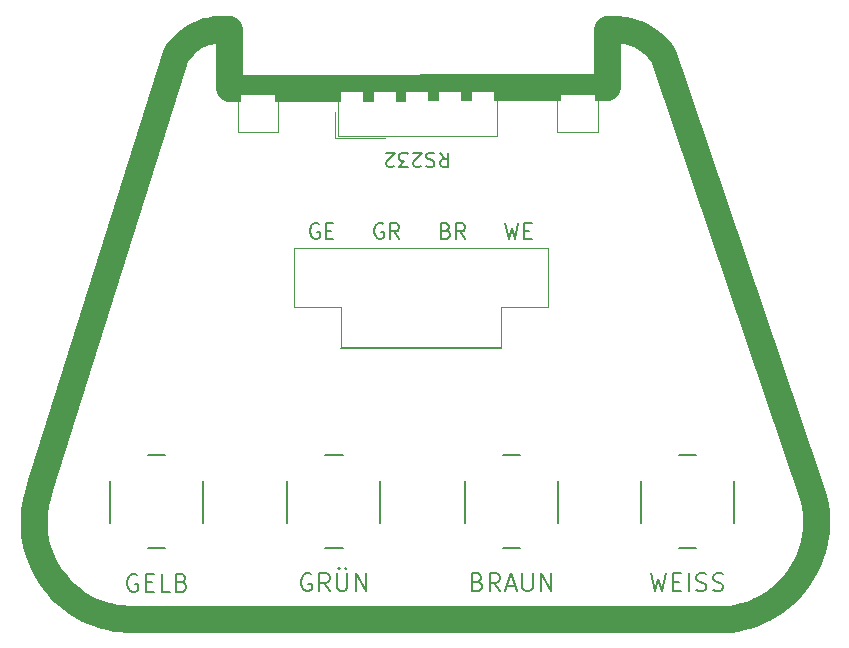
<source format=gto>
%TF.GenerationSoftware,KiCad,Pcbnew,8.0.3*%
%TF.CreationDate,2024-06-22T21:50:30+02:00*%
%TF.ProjectId,W48_W49_Nummernschalter_Adapter,5734385f-5734-4395-9f4e-756d6d65726e,rev?*%
%TF.SameCoordinates,Original*%
%TF.FileFunction,Legend,Top*%
%TF.FilePolarity,Positive*%
%FSLAX46Y46*%
G04 Gerber Fmt 4.6, Leading zero omitted, Abs format (unit mm)*
G04 Created by KiCad (PCBNEW 8.0.3) date 2024-06-22 21:50:30*
%MOMM*%
%LPD*%
G01*
G04 APERTURE LIST*
%ADD10C,2.249999*%
%ADD11C,0.200000*%
%ADD12C,0.120000*%
%ADD13C,0.127000*%
%ADD14C,3.600000*%
%ADD15C,5.600000*%
%ADD16R,1.846667X3.480000*%
%ADD17C,3.054000*%
%ADD18R,4.000000X4.000000*%
%ADD19R,3.000000X3.000000*%
G04 APERTURE END LIST*
D10*
X114025694Y-46940138D02*
X146055686Y-46933272D01*
X146055686Y-41990142D01*
X146692389Y-42000140D01*
X146998675Y-42009515D01*
X147301786Y-42037373D01*
X147600990Y-42083333D01*
X147895559Y-42147012D01*
X148184763Y-42228028D01*
X148467872Y-42325998D01*
X148744158Y-42440541D01*
X149012890Y-42571273D01*
X149273340Y-42717813D01*
X149524777Y-42879778D01*
X149766473Y-43056786D01*
X149997697Y-43248454D01*
X150217720Y-43454401D01*
X150425813Y-43674244D01*
X150621246Y-43907601D01*
X150803290Y-44154090D01*
X163265189Y-80852538D01*
X163429796Y-81360332D01*
X163560314Y-81868717D01*
X163657513Y-82376599D01*
X163722164Y-82882880D01*
X163755039Y-83386465D01*
X163756909Y-83886258D01*
X163728546Y-84381163D01*
X163670720Y-84870083D01*
X163584202Y-85351923D01*
X163469765Y-85825587D01*
X163328179Y-86289979D01*
X163160216Y-86744003D01*
X162966646Y-87186562D01*
X162748241Y-87616562D01*
X162505773Y-88032905D01*
X162240012Y-88434496D01*
X161951729Y-88820240D01*
X161641697Y-89189039D01*
X161310686Y-89539798D01*
X160959468Y-89871421D01*
X160588813Y-90182811D01*
X160199493Y-90472874D01*
X159792279Y-90740513D01*
X159367943Y-90984632D01*
X158927256Y-91204134D01*
X158470988Y-91397925D01*
X157999912Y-91564908D01*
X157514798Y-91703986D01*
X157016418Y-91814065D01*
X156505543Y-91894048D01*
X155982944Y-91942839D01*
X155449393Y-91959342D01*
X105417296Y-91925841D01*
X104900134Y-91886953D01*
X104394464Y-91817835D01*
X103900979Y-91719527D01*
X103420375Y-91593069D01*
X102953345Y-91439499D01*
X102500585Y-91259857D01*
X102062789Y-91055183D01*
X101640651Y-90826516D01*
X101234866Y-90574895D01*
X100846128Y-90301360D01*
X100475132Y-90006950D01*
X100122572Y-89692705D01*
X99789142Y-89359665D01*
X99475538Y-89008868D01*
X99182454Y-88641354D01*
X98910584Y-88258162D01*
X98660623Y-87860333D01*
X98433264Y-87448904D01*
X98229204Y-87024917D01*
X98049135Y-86589410D01*
X97893754Y-86143422D01*
X97763753Y-85687994D01*
X97659828Y-85224164D01*
X97582673Y-84752972D01*
X97532982Y-84275458D01*
X97511451Y-83792661D01*
X97518774Y-83305619D01*
X97555644Y-82815374D01*
X97622757Y-82322964D01*
X97720807Y-81829428D01*
X97850488Y-81335806D01*
X98012496Y-80843138D01*
X109606894Y-44054343D01*
X109775353Y-43818112D01*
X109956747Y-43594168D01*
X110150384Y-43382888D01*
X110355573Y-43184647D01*
X110571623Y-42999819D01*
X110797842Y-42828779D01*
X111033538Y-42671905D01*
X111278020Y-42529569D01*
X111530597Y-42402149D01*
X111790577Y-42290018D01*
X112057268Y-42193553D01*
X112329979Y-42113128D01*
X112608018Y-42049120D01*
X112890695Y-42001902D01*
X113177316Y-41971851D01*
X113467192Y-41959342D01*
X114025694Y-41959342D01*
X114025694Y-46940138D01*
D11*
X121001428Y-88152457D02*
X120858571Y-88081028D01*
X120858571Y-88081028D02*
X120644285Y-88081028D01*
X120644285Y-88081028D02*
X120429999Y-88152457D01*
X120429999Y-88152457D02*
X120287142Y-88295314D01*
X120287142Y-88295314D02*
X120215713Y-88438171D01*
X120215713Y-88438171D02*
X120144285Y-88723885D01*
X120144285Y-88723885D02*
X120144285Y-88938171D01*
X120144285Y-88938171D02*
X120215713Y-89223885D01*
X120215713Y-89223885D02*
X120287142Y-89366742D01*
X120287142Y-89366742D02*
X120429999Y-89509600D01*
X120429999Y-89509600D02*
X120644285Y-89581028D01*
X120644285Y-89581028D02*
X120787142Y-89581028D01*
X120787142Y-89581028D02*
X121001428Y-89509600D01*
X121001428Y-89509600D02*
X121072856Y-89438171D01*
X121072856Y-89438171D02*
X121072856Y-88938171D01*
X121072856Y-88938171D02*
X120787142Y-88938171D01*
X122572856Y-89581028D02*
X122072856Y-88866742D01*
X121715713Y-89581028D02*
X121715713Y-88081028D01*
X121715713Y-88081028D02*
X122287142Y-88081028D01*
X122287142Y-88081028D02*
X122429999Y-88152457D01*
X122429999Y-88152457D02*
X122501428Y-88223885D01*
X122501428Y-88223885D02*
X122572856Y-88366742D01*
X122572856Y-88366742D02*
X122572856Y-88581028D01*
X122572856Y-88581028D02*
X122501428Y-88723885D01*
X122501428Y-88723885D02*
X122429999Y-88795314D01*
X122429999Y-88795314D02*
X122287142Y-88866742D01*
X122287142Y-88866742D02*
X121715713Y-88866742D01*
X123215713Y-88081028D02*
X123215713Y-89295314D01*
X123215713Y-89295314D02*
X123287142Y-89438171D01*
X123287142Y-89438171D02*
X123358571Y-89509600D01*
X123358571Y-89509600D02*
X123501428Y-89581028D01*
X123501428Y-89581028D02*
X123787142Y-89581028D01*
X123787142Y-89581028D02*
X123929999Y-89509600D01*
X123929999Y-89509600D02*
X124001428Y-89438171D01*
X124001428Y-89438171D02*
X124072856Y-89295314D01*
X124072856Y-89295314D02*
X124072856Y-88081028D01*
X123358571Y-87581028D02*
X123429999Y-87652457D01*
X123429999Y-87652457D02*
X123358571Y-87723885D01*
X123358571Y-87723885D02*
X123287142Y-87652457D01*
X123287142Y-87652457D02*
X123358571Y-87581028D01*
X123358571Y-87581028D02*
X123358571Y-87723885D01*
X123929999Y-87581028D02*
X124001428Y-87652457D01*
X124001428Y-87652457D02*
X123929999Y-87723885D01*
X123929999Y-87723885D02*
X123858571Y-87652457D01*
X123858571Y-87652457D02*
X123929999Y-87581028D01*
X123929999Y-87581028D02*
X123929999Y-87723885D01*
X124787142Y-89581028D02*
X124787142Y-88081028D01*
X124787142Y-88081028D02*
X125644285Y-89581028D01*
X125644285Y-89581028D02*
X125644285Y-88081028D01*
X106287143Y-88202457D02*
X106144286Y-88131028D01*
X106144286Y-88131028D02*
X105930000Y-88131028D01*
X105930000Y-88131028D02*
X105715714Y-88202457D01*
X105715714Y-88202457D02*
X105572857Y-88345314D01*
X105572857Y-88345314D02*
X105501428Y-88488171D01*
X105501428Y-88488171D02*
X105430000Y-88773885D01*
X105430000Y-88773885D02*
X105430000Y-88988171D01*
X105430000Y-88988171D02*
X105501428Y-89273885D01*
X105501428Y-89273885D02*
X105572857Y-89416742D01*
X105572857Y-89416742D02*
X105715714Y-89559600D01*
X105715714Y-89559600D02*
X105930000Y-89631028D01*
X105930000Y-89631028D02*
X106072857Y-89631028D01*
X106072857Y-89631028D02*
X106287143Y-89559600D01*
X106287143Y-89559600D02*
X106358571Y-89488171D01*
X106358571Y-89488171D02*
X106358571Y-88988171D01*
X106358571Y-88988171D02*
X106072857Y-88988171D01*
X107001428Y-88845314D02*
X107501428Y-88845314D01*
X107715714Y-89631028D02*
X107001428Y-89631028D01*
X107001428Y-89631028D02*
X107001428Y-88131028D01*
X107001428Y-88131028D02*
X107715714Y-88131028D01*
X109072857Y-89631028D02*
X108358571Y-89631028D01*
X108358571Y-89631028D02*
X108358571Y-88131028D01*
X110072857Y-88845314D02*
X110287143Y-88916742D01*
X110287143Y-88916742D02*
X110358572Y-88988171D01*
X110358572Y-88988171D02*
X110430000Y-89131028D01*
X110430000Y-89131028D02*
X110430000Y-89345314D01*
X110430000Y-89345314D02*
X110358572Y-89488171D01*
X110358572Y-89488171D02*
X110287143Y-89559600D01*
X110287143Y-89559600D02*
X110144286Y-89631028D01*
X110144286Y-89631028D02*
X109572857Y-89631028D01*
X109572857Y-89631028D02*
X109572857Y-88131028D01*
X109572857Y-88131028D02*
X110072857Y-88131028D01*
X110072857Y-88131028D02*
X110215715Y-88202457D01*
X110215715Y-88202457D02*
X110287143Y-88273885D01*
X110287143Y-88273885D02*
X110358572Y-88416742D01*
X110358572Y-88416742D02*
X110358572Y-88559600D01*
X110358572Y-88559600D02*
X110287143Y-88702457D01*
X110287143Y-88702457D02*
X110215715Y-88773885D01*
X110215715Y-88773885D02*
X110072857Y-88845314D01*
X110072857Y-88845314D02*
X109572857Y-88845314D01*
X131914285Y-52457257D02*
X132314285Y-53028685D01*
X132599999Y-52457257D02*
X132599999Y-53657257D01*
X132599999Y-53657257D02*
X132142856Y-53657257D01*
X132142856Y-53657257D02*
X132028571Y-53600114D01*
X132028571Y-53600114D02*
X131971428Y-53542971D01*
X131971428Y-53542971D02*
X131914285Y-53428685D01*
X131914285Y-53428685D02*
X131914285Y-53257257D01*
X131914285Y-53257257D02*
X131971428Y-53142971D01*
X131971428Y-53142971D02*
X132028571Y-53085828D01*
X132028571Y-53085828D02*
X132142856Y-53028685D01*
X132142856Y-53028685D02*
X132599999Y-53028685D01*
X131457142Y-52514400D02*
X131285714Y-52457257D01*
X131285714Y-52457257D02*
X130999999Y-52457257D01*
X130999999Y-52457257D02*
X130885714Y-52514400D01*
X130885714Y-52514400D02*
X130828571Y-52571542D01*
X130828571Y-52571542D02*
X130771428Y-52685828D01*
X130771428Y-52685828D02*
X130771428Y-52800114D01*
X130771428Y-52800114D02*
X130828571Y-52914400D01*
X130828571Y-52914400D02*
X130885714Y-52971542D01*
X130885714Y-52971542D02*
X130999999Y-53028685D01*
X130999999Y-53028685D02*
X131228571Y-53085828D01*
X131228571Y-53085828D02*
X131342856Y-53142971D01*
X131342856Y-53142971D02*
X131399999Y-53200114D01*
X131399999Y-53200114D02*
X131457142Y-53314400D01*
X131457142Y-53314400D02*
X131457142Y-53428685D01*
X131457142Y-53428685D02*
X131399999Y-53542971D01*
X131399999Y-53542971D02*
X131342856Y-53600114D01*
X131342856Y-53600114D02*
X131228571Y-53657257D01*
X131228571Y-53657257D02*
X130942856Y-53657257D01*
X130942856Y-53657257D02*
X130771428Y-53600114D01*
X130314285Y-53542971D02*
X130257142Y-53600114D01*
X130257142Y-53600114D02*
X130142857Y-53657257D01*
X130142857Y-53657257D02*
X129857142Y-53657257D01*
X129857142Y-53657257D02*
X129742857Y-53600114D01*
X129742857Y-53600114D02*
X129685714Y-53542971D01*
X129685714Y-53542971D02*
X129628571Y-53428685D01*
X129628571Y-53428685D02*
X129628571Y-53314400D01*
X129628571Y-53314400D02*
X129685714Y-53142971D01*
X129685714Y-53142971D02*
X130371428Y-52457257D01*
X130371428Y-52457257D02*
X129628571Y-52457257D01*
X129228571Y-53657257D02*
X128485714Y-53657257D01*
X128485714Y-53657257D02*
X128885714Y-53200114D01*
X128885714Y-53200114D02*
X128714285Y-53200114D01*
X128714285Y-53200114D02*
X128600000Y-53142971D01*
X128600000Y-53142971D02*
X128542857Y-53085828D01*
X128542857Y-53085828D02*
X128485714Y-52971542D01*
X128485714Y-52971542D02*
X128485714Y-52685828D01*
X128485714Y-52685828D02*
X128542857Y-52571542D01*
X128542857Y-52571542D02*
X128600000Y-52514400D01*
X128600000Y-52514400D02*
X128714285Y-52457257D01*
X128714285Y-52457257D02*
X129057142Y-52457257D01*
X129057142Y-52457257D02*
X129171428Y-52514400D01*
X129171428Y-52514400D02*
X129228571Y-52571542D01*
X128028571Y-53542971D02*
X127971428Y-53600114D01*
X127971428Y-53600114D02*
X127857143Y-53657257D01*
X127857143Y-53657257D02*
X127571428Y-53657257D01*
X127571428Y-53657257D02*
X127457143Y-53600114D01*
X127457143Y-53600114D02*
X127400000Y-53542971D01*
X127400000Y-53542971D02*
X127342857Y-53428685D01*
X127342857Y-53428685D02*
X127342857Y-53314400D01*
X127342857Y-53314400D02*
X127400000Y-53142971D01*
X127400000Y-53142971D02*
X128085714Y-52457257D01*
X128085714Y-52457257D02*
X127342857Y-52457257D01*
X121664287Y-58492409D02*
X121540477Y-58430504D01*
X121540477Y-58430504D02*
X121354763Y-58430504D01*
X121354763Y-58430504D02*
X121169049Y-58492409D01*
X121169049Y-58492409D02*
X121045239Y-58616219D01*
X121045239Y-58616219D02*
X120983334Y-58740028D01*
X120983334Y-58740028D02*
X120921430Y-58987647D01*
X120921430Y-58987647D02*
X120921430Y-59173361D01*
X120921430Y-59173361D02*
X120983334Y-59420980D01*
X120983334Y-59420980D02*
X121045239Y-59544790D01*
X121045239Y-59544790D02*
X121169049Y-59668600D01*
X121169049Y-59668600D02*
X121354763Y-59730504D01*
X121354763Y-59730504D02*
X121478572Y-59730504D01*
X121478572Y-59730504D02*
X121664287Y-59668600D01*
X121664287Y-59668600D02*
X121726191Y-59606695D01*
X121726191Y-59606695D02*
X121726191Y-59173361D01*
X121726191Y-59173361D02*
X121478572Y-59173361D01*
X122283334Y-59049552D02*
X122716668Y-59049552D01*
X122902382Y-59730504D02*
X122283334Y-59730504D01*
X122283334Y-59730504D02*
X122283334Y-58430504D01*
X122283334Y-58430504D02*
X122902382Y-58430504D01*
X127111905Y-58492409D02*
X126988095Y-58430504D01*
X126988095Y-58430504D02*
X126802381Y-58430504D01*
X126802381Y-58430504D02*
X126616667Y-58492409D01*
X126616667Y-58492409D02*
X126492857Y-58616219D01*
X126492857Y-58616219D02*
X126430952Y-58740028D01*
X126430952Y-58740028D02*
X126369048Y-58987647D01*
X126369048Y-58987647D02*
X126369048Y-59173361D01*
X126369048Y-59173361D02*
X126430952Y-59420980D01*
X126430952Y-59420980D02*
X126492857Y-59544790D01*
X126492857Y-59544790D02*
X126616667Y-59668600D01*
X126616667Y-59668600D02*
X126802381Y-59730504D01*
X126802381Y-59730504D02*
X126926190Y-59730504D01*
X126926190Y-59730504D02*
X127111905Y-59668600D01*
X127111905Y-59668600D02*
X127173809Y-59606695D01*
X127173809Y-59606695D02*
X127173809Y-59173361D01*
X127173809Y-59173361D02*
X126926190Y-59173361D01*
X128473809Y-59730504D02*
X128040476Y-59111457D01*
X127730952Y-59730504D02*
X127730952Y-58430504D01*
X127730952Y-58430504D02*
X128226190Y-58430504D01*
X128226190Y-58430504D02*
X128350000Y-58492409D01*
X128350000Y-58492409D02*
X128411905Y-58554314D01*
X128411905Y-58554314D02*
X128473809Y-58678123D01*
X128473809Y-58678123D02*
X128473809Y-58863838D01*
X128473809Y-58863838D02*
X128411905Y-58987647D01*
X128411905Y-58987647D02*
X128350000Y-59049552D01*
X128350000Y-59049552D02*
X128226190Y-59111457D01*
X128226190Y-59111457D02*
X127730952Y-59111457D01*
X132435714Y-59049552D02*
X132621428Y-59111457D01*
X132621428Y-59111457D02*
X132683333Y-59173361D01*
X132683333Y-59173361D02*
X132745237Y-59297171D01*
X132745237Y-59297171D02*
X132745237Y-59482885D01*
X132745237Y-59482885D02*
X132683333Y-59606695D01*
X132683333Y-59606695D02*
X132621428Y-59668600D01*
X132621428Y-59668600D02*
X132497618Y-59730504D01*
X132497618Y-59730504D02*
X132002380Y-59730504D01*
X132002380Y-59730504D02*
X132002380Y-58430504D01*
X132002380Y-58430504D02*
X132435714Y-58430504D01*
X132435714Y-58430504D02*
X132559523Y-58492409D01*
X132559523Y-58492409D02*
X132621428Y-58554314D01*
X132621428Y-58554314D02*
X132683333Y-58678123D01*
X132683333Y-58678123D02*
X132683333Y-58801933D01*
X132683333Y-58801933D02*
X132621428Y-58925742D01*
X132621428Y-58925742D02*
X132559523Y-58987647D01*
X132559523Y-58987647D02*
X132435714Y-59049552D01*
X132435714Y-59049552D02*
X132002380Y-59049552D01*
X134045237Y-59730504D02*
X133611904Y-59111457D01*
X133302380Y-59730504D02*
X133302380Y-58430504D01*
X133302380Y-58430504D02*
X133797618Y-58430504D01*
X133797618Y-58430504D02*
X133921428Y-58492409D01*
X133921428Y-58492409D02*
X133983333Y-58554314D01*
X133983333Y-58554314D02*
X134045237Y-58678123D01*
X134045237Y-58678123D02*
X134045237Y-58863838D01*
X134045237Y-58863838D02*
X133983333Y-58987647D01*
X133983333Y-58987647D02*
X133921428Y-59049552D01*
X133921428Y-59049552D02*
X133797618Y-59111457D01*
X133797618Y-59111457D02*
X133302380Y-59111457D01*
X137449999Y-58430504D02*
X137759523Y-59730504D01*
X137759523Y-59730504D02*
X138007142Y-58801933D01*
X138007142Y-58801933D02*
X138254761Y-59730504D01*
X138254761Y-59730504D02*
X138564285Y-58430504D01*
X139059522Y-59049552D02*
X139492856Y-59049552D01*
X139678570Y-59730504D02*
X139059522Y-59730504D01*
X139059522Y-59730504D02*
X139059522Y-58430504D01*
X139059522Y-58430504D02*
X139678570Y-58430504D01*
X149772857Y-88081028D02*
X150130000Y-89581028D01*
X150130000Y-89581028D02*
X150415714Y-88509600D01*
X150415714Y-88509600D02*
X150701429Y-89581028D01*
X150701429Y-89581028D02*
X151058572Y-88081028D01*
X151630000Y-88795314D02*
X152130000Y-88795314D01*
X152344286Y-89581028D02*
X151630000Y-89581028D01*
X151630000Y-89581028D02*
X151630000Y-88081028D01*
X151630000Y-88081028D02*
X152344286Y-88081028D01*
X152987143Y-89581028D02*
X152987143Y-88081028D01*
X153630001Y-89509600D02*
X153844287Y-89581028D01*
X153844287Y-89581028D02*
X154201429Y-89581028D01*
X154201429Y-89581028D02*
X154344287Y-89509600D01*
X154344287Y-89509600D02*
X154415715Y-89438171D01*
X154415715Y-89438171D02*
X154487144Y-89295314D01*
X154487144Y-89295314D02*
X154487144Y-89152457D01*
X154487144Y-89152457D02*
X154415715Y-89009600D01*
X154415715Y-89009600D02*
X154344287Y-88938171D01*
X154344287Y-88938171D02*
X154201429Y-88866742D01*
X154201429Y-88866742D02*
X153915715Y-88795314D01*
X153915715Y-88795314D02*
X153772858Y-88723885D01*
X153772858Y-88723885D02*
X153701429Y-88652457D01*
X153701429Y-88652457D02*
X153630001Y-88509600D01*
X153630001Y-88509600D02*
X153630001Y-88366742D01*
X153630001Y-88366742D02*
X153701429Y-88223885D01*
X153701429Y-88223885D02*
X153772858Y-88152457D01*
X153772858Y-88152457D02*
X153915715Y-88081028D01*
X153915715Y-88081028D02*
X154272858Y-88081028D01*
X154272858Y-88081028D02*
X154487144Y-88152457D01*
X155058572Y-89509600D02*
X155272858Y-89581028D01*
X155272858Y-89581028D02*
X155630000Y-89581028D01*
X155630000Y-89581028D02*
X155772858Y-89509600D01*
X155772858Y-89509600D02*
X155844286Y-89438171D01*
X155844286Y-89438171D02*
X155915715Y-89295314D01*
X155915715Y-89295314D02*
X155915715Y-89152457D01*
X155915715Y-89152457D02*
X155844286Y-89009600D01*
X155844286Y-89009600D02*
X155772858Y-88938171D01*
X155772858Y-88938171D02*
X155630000Y-88866742D01*
X155630000Y-88866742D02*
X155344286Y-88795314D01*
X155344286Y-88795314D02*
X155201429Y-88723885D01*
X155201429Y-88723885D02*
X155130000Y-88652457D01*
X155130000Y-88652457D02*
X155058572Y-88509600D01*
X155058572Y-88509600D02*
X155058572Y-88366742D01*
X155058572Y-88366742D02*
X155130000Y-88223885D01*
X155130000Y-88223885D02*
X155201429Y-88152457D01*
X155201429Y-88152457D02*
X155344286Y-88081028D01*
X155344286Y-88081028D02*
X155701429Y-88081028D01*
X155701429Y-88081028D02*
X155915715Y-88152457D01*
X135122856Y-88795314D02*
X135337142Y-88866742D01*
X135337142Y-88866742D02*
X135408571Y-88938171D01*
X135408571Y-88938171D02*
X135479999Y-89081028D01*
X135479999Y-89081028D02*
X135479999Y-89295314D01*
X135479999Y-89295314D02*
X135408571Y-89438171D01*
X135408571Y-89438171D02*
X135337142Y-89509600D01*
X135337142Y-89509600D02*
X135194285Y-89581028D01*
X135194285Y-89581028D02*
X134622856Y-89581028D01*
X134622856Y-89581028D02*
X134622856Y-88081028D01*
X134622856Y-88081028D02*
X135122856Y-88081028D01*
X135122856Y-88081028D02*
X135265714Y-88152457D01*
X135265714Y-88152457D02*
X135337142Y-88223885D01*
X135337142Y-88223885D02*
X135408571Y-88366742D01*
X135408571Y-88366742D02*
X135408571Y-88509600D01*
X135408571Y-88509600D02*
X135337142Y-88652457D01*
X135337142Y-88652457D02*
X135265714Y-88723885D01*
X135265714Y-88723885D02*
X135122856Y-88795314D01*
X135122856Y-88795314D02*
X134622856Y-88795314D01*
X136979999Y-89581028D02*
X136479999Y-88866742D01*
X136122856Y-89581028D02*
X136122856Y-88081028D01*
X136122856Y-88081028D02*
X136694285Y-88081028D01*
X136694285Y-88081028D02*
X136837142Y-88152457D01*
X136837142Y-88152457D02*
X136908571Y-88223885D01*
X136908571Y-88223885D02*
X136979999Y-88366742D01*
X136979999Y-88366742D02*
X136979999Y-88581028D01*
X136979999Y-88581028D02*
X136908571Y-88723885D01*
X136908571Y-88723885D02*
X136837142Y-88795314D01*
X136837142Y-88795314D02*
X136694285Y-88866742D01*
X136694285Y-88866742D02*
X136122856Y-88866742D01*
X137551428Y-89152457D02*
X138265714Y-89152457D01*
X137408571Y-89581028D02*
X137908571Y-88081028D01*
X137908571Y-88081028D02*
X138408571Y-89581028D01*
X138908570Y-88081028D02*
X138908570Y-89295314D01*
X138908570Y-89295314D02*
X138979999Y-89438171D01*
X138979999Y-89438171D02*
X139051428Y-89509600D01*
X139051428Y-89509600D02*
X139194285Y-89581028D01*
X139194285Y-89581028D02*
X139479999Y-89581028D01*
X139479999Y-89581028D02*
X139622856Y-89509600D01*
X139622856Y-89509600D02*
X139694285Y-89438171D01*
X139694285Y-89438171D02*
X139765713Y-89295314D01*
X139765713Y-89295314D02*
X139765713Y-88081028D01*
X140479999Y-89581028D02*
X140479999Y-88081028D01*
X140479999Y-88081028D02*
X141337142Y-89581028D01*
X141337142Y-89581028D02*
X141337142Y-88081028D01*
D12*
%TO.C,J1*%
X123036667Y-49000000D02*
X123036667Y-51240000D01*
X123036667Y-51240000D02*
X127230000Y-51240000D01*
X123276667Y-47260000D02*
X123276667Y-51000000D01*
X123276667Y-51000000D02*
X136723333Y-51000000D01*
X136723333Y-51000000D02*
X136723333Y-47260000D01*
D13*
%TO.C,J3*%
X118995000Y-83780000D02*
X118995000Y-80260000D01*
X123685000Y-78085000D02*
X122175000Y-78085000D01*
X123685000Y-85955000D02*
X122175000Y-85955000D01*
X126865000Y-83780000D02*
X126865000Y-80260000D01*
%TO.C,J5*%
X148945000Y-83780000D02*
X148945000Y-80260000D01*
X153635000Y-78085000D02*
X152125000Y-78085000D01*
X153635000Y-85955000D02*
X152125000Y-85955000D01*
X156815000Y-83780000D02*
X156815000Y-80260000D01*
D12*
%TO.C,J6*%
X119550000Y-60500000D02*
X141050000Y-60500000D01*
X119550000Y-65500000D02*
X119550000Y-60500000D01*
X119550000Y-65500000D02*
X123550000Y-65500000D01*
X123550000Y-65500000D02*
X123550000Y-69000000D01*
D11*
X123550000Y-69000000D02*
X137050000Y-69000000D01*
D12*
X137050000Y-65500000D02*
X137050000Y-69000000D01*
X137050000Y-65500000D02*
X141050000Y-65500000D01*
X141050000Y-65500000D02*
X141050000Y-60500000D01*
D13*
%TO.C,J4*%
X134045000Y-83780000D02*
X134045000Y-80260000D01*
X138735000Y-78085000D02*
X137225000Y-78085000D01*
X138735000Y-85955000D02*
X137225000Y-85955000D01*
X141915000Y-83780000D02*
X141915000Y-80260000D01*
D12*
%TO.C,TP1*%
X141872663Y-47300000D02*
X145272663Y-47300000D01*
X141872663Y-50700000D02*
X141872663Y-47300000D01*
X145272663Y-47300000D02*
X145272663Y-50700000D01*
X145272663Y-50700000D02*
X141872663Y-50700000D01*
D13*
%TO.C,J2*%
X103995000Y-83785000D02*
X103995000Y-80265000D01*
X108685000Y-78090000D02*
X107175000Y-78090000D01*
X108685000Y-85960000D02*
X107175000Y-85960000D01*
X111865000Y-83785000D02*
X111865000Y-80265000D01*
D12*
%TO.C,TP2*%
X114800000Y-47300000D02*
X118200000Y-47300000D01*
X114800000Y-50700000D02*
X114800000Y-47300000D01*
X118200000Y-47300000D02*
X118200000Y-50700000D01*
X118200000Y-50700000D02*
X114800000Y-50700000D01*
%TD*%
%LPC*%
D14*
%TO.C,H4*%
X147000000Y-54000000D03*
D15*
X147000000Y-54000000D03*
%TD*%
D14*
%TO.C,H3*%
X113000000Y-54000000D03*
D15*
X113000000Y-54000000D03*
%TD*%
D16*
%TO.C,J1*%
X124460000Y-49000000D03*
X127230000Y-49000000D03*
X130000000Y-49000000D03*
X132770000Y-49000000D03*
X135540000Y-49000000D03*
%TD*%
D17*
%TO.C,J3*%
X125430000Y-78515000D03*
X120430000Y-78515000D03*
X120430000Y-85525000D03*
X125430000Y-85525000D03*
%TD*%
D14*
%TO.C,H1*%
X145430000Y-82025000D03*
D15*
X145430000Y-82025000D03*
%TD*%
D17*
%TO.C,J5*%
X155380000Y-78515000D03*
X150380000Y-78515000D03*
X150380000Y-85525000D03*
X155380000Y-85525000D03*
%TD*%
D18*
%TO.C,J6*%
X123000000Y-63000000D03*
X127850000Y-63000000D03*
X132650000Y-63000000D03*
X137500000Y-63000000D03*
%TD*%
D17*
%TO.C,J4*%
X140480000Y-78515000D03*
X135480000Y-78515000D03*
X135480000Y-85525000D03*
X140480000Y-85525000D03*
%TD*%
D19*
%TO.C,TP1*%
X143572663Y-49000000D03*
%TD*%
D17*
%TO.C,J2*%
X110430000Y-78520000D03*
X105430000Y-78520000D03*
X105430000Y-85530000D03*
X110430000Y-85530000D03*
%TD*%
D19*
%TO.C,TP2*%
X116500000Y-49000000D03*
%TD*%
D14*
%TO.C,H2*%
X115430000Y-82025000D03*
D15*
X115430000Y-82025000D03*
%TD*%
%LPD*%
M02*

</source>
